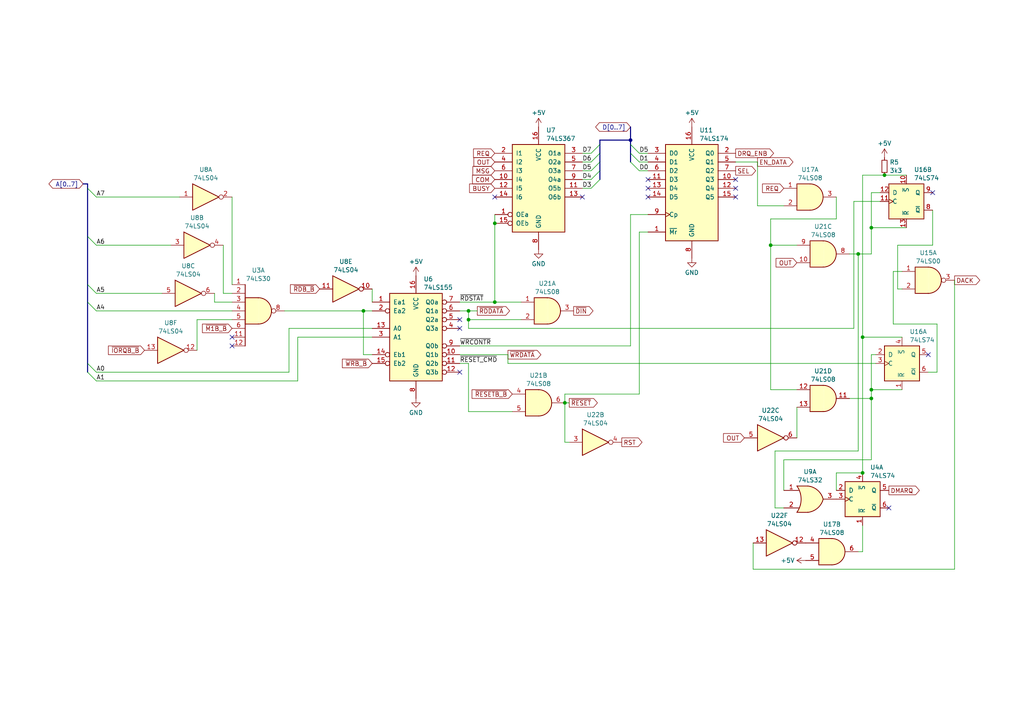
<source format=kicad_sch>
(kicad_sch (version 20230121) (generator eeschema)
  (paper "A4")
  (title_block (title "Iskra Delta Partner SASI Adapter 046 700 134") (date "2023-08-23") (rev "1") (company "Jernej Jakob <jernej.jakob@gmail.com>") (comment 1 "reverse engineered by hand"))
  (lib_symbols
    (symbol "74xx:74LS00" (pin_names (offset 1.016))
      (property "Reference" "U" (at 0 1.27 0))
      (property "Value" "74LS00" (at 0 -1.27 0))
      (symbol "74LS00_1_1"
        (arc (start 0 -3.81) (mid 3.7934 0) (end 0 3.81) (stroke (width 0.254)) (fill (type background)))
        (polyline (pts (xy 0 3.81) (xy -3.81 3.81) (xy -3.81 -3.81) (xy 0 -3.81)) (stroke (width 0.254)) (fill (type background)))
        (pin input line (at -7.62 2.54 0) (length 3.81) (name "~") (number "1"))
        (pin input line (at -7.62 -2.54 0) (length 3.81) (name "~") (number "2"))
        (pin output inverted (at 7.62 0 180) (length 3.81) (name "~") (number "3"))
      )
      (symbol "74LS00_1_2"
        (arc (start -3.81 -3.81) (mid -2.589 0) (end -3.81 3.81) (stroke (width 0.254)))
        (arc (start -0.6096 -3.81) (mid 2.1842 -2.5851) (end 3.81 0) (stroke (width 0.254)) (fill (type background)))
        (polyline (pts (xy -3.81 -3.81) (xy -0.635 -3.81)) (stroke (width 0.254)) (fill (type background)))
        (polyline (pts (xy -3.81 3.81) (xy -0.635 3.81)) (stroke (width 0.254)) (fill (type background)))
        (polyline (pts (xy -0.635 3.81) (xy -3.81 3.81) (xy -3.81 3.81) (xy -3.556 3.4036) (xy -3.0226 2.2606) (xy -2.6924 1.0414) (xy -2.6162 -0.254) (xy -2.7686 -1.4986) (xy -3.175 -2.7178) (xy -3.81 -3.81) (xy -3.81 -3.81) (xy -0.635 -3.81)) (stroke (width -25.4)) (fill (type background)))
        (arc (start 3.81 0) (mid 2.1915 2.5936) (end -0.6096 3.81) (stroke (width 0.254)) (fill (type background)))
        (pin input inverted (at -7.62 2.54 0) (length 4.318) (name "~") (number "1"))
        (pin input inverted (at -7.62 -2.54 0) (length 4.318) (name "~") (number "2"))
        (pin output line (at 7.62 0 180) (length 3.81) (name "~") (number "3"))
      )
      (symbol "74LS00_2_1"
        (arc (start 0 -3.81) (mid 3.7934 0) (end 0 3.81) (stroke (width 0.254)) (fill (type background)))
        (polyline (pts (xy 0 3.81) (xy -3.81 3.81) (xy -3.81 -3.81) (xy 0 -3.81)) (stroke (width 0.254)) (fill (type background)))
        (pin input line (at -7.62 2.54 0) (length 3.81) (name "~") (number "4"))
        (pin input line (at -7.62 -2.54 0) (length 3.81) (name "~") (number "5"))
        (pin output inverted (at 7.62 0 180) (length 3.81) (name "~") (number "6"))
      )
      (symbol "74LS00_2_2"
        (arc (start -3.81 -3.81) (mid -2.589 0) (end -3.81 3.81) (stroke (width 0.254)))
        (arc (start -0.6096 -3.81) (mid 2.1842 -2.5851) (end 3.81 0) (stroke (width 0.254)) (fill (type background)))
        (polyline (pts (xy -3.81 -3.81) (xy -0.635 -3.81)) (stroke (width 0.254)) (fill (type background)))
        (polyline (pts (xy -3.81 3.81) (xy -0.635 3.81)) (stroke (width 0.254)) (fill (type background)))
        (polyline (pts (xy -0.635 3.81) (xy -3.81 3.81) (xy -3.81 3.81) (xy -3.556 3.4036) (xy -3.0226 2.2606) (xy -2.6924 1.0414) (xy -2.6162 -0.254) (xy -2.7686 -1.4986) (xy -3.175 -2.7178) (xy -3.81 -3.81) (xy -3.81 -3.81) (xy -0.635 -3.81)) (stroke (width -25.4)) (fill (type background)))
        (arc (start 3.81 0) (mid 2.1915 2.5936) (end -0.6096 3.81) (stroke (width 0.254)) (fill (type background)))
        (pin input inverted (at -7.62 2.54 0) (length 4.318) (name "~") (number "4"))
        (pin input inverted (at -7.62 -2.54 0) (length 4.318) (name "~") (number "5"))
        (pin output line (at 7.62 0 180) (length 3.81) (name "~") (number "6"))
      )
      (symbol "74LS00_3_1"
        (arc (start 0 -3.81) (mid 3.7934 0) (end 0 3.81) (stroke (width 0.254)) (fill (type background)))
        (polyline (pts (xy 0 3.81) (xy -3.81 3.81) (xy -3.81 -3.81) (xy 0 -3.81)) (stroke (width 0.254)) (fill (type background)))
        (pin input line (at -7.62 -2.54 0) (length 3.81) (name "~") (number "10"))
        (pin output inverted (at 7.62 0 180) (length 3.81) (name "~") (number "8"))
        (pin input line (at -7.62 2.54 0) (length 3.81) (name "~") (number "9"))
      )
      (symbol "74LS00_3_2"
        (arc (start -3.81 -3.81) (mid -2.589 0) (end -3.81 3.81) (stroke (width 0.254)))
        (arc (start -0.6096 -3.81) (mid 2.1842 -2.5851) (end 3.81 0) (stroke (width 0.254)) (fill (type background)))
        (polyline (pts (xy -3.81 -3.81) (xy -0.635 -3.81)) (stroke (width 0.254)) (fill (type background)))
        (polyline (pts (xy -3.81 3.81) (xy -0.635 3.81)) (stroke (width 0.254)) (fill (type background)))
        (polyline (pts (xy -0.635 3.81) (xy -3.81 3.81) (xy -3.81 3.81) (xy -3.556 3.4036) (xy -3.0226 2.2606) (xy -2.6924 1.0414) (xy -2.6162 -0.254) (xy -2.7686 -1.4986) (xy -3.175 -2.7178) (xy -3.81 -3.81) (xy -3.81 -3.81) (xy -0.635 -3.81)) (stroke (width -25.4)) (fill (type background)))
        (arc (start 3.81 0) (mid 2.1915 2.5936) (end -0.6096 3.81) (stroke (width 0.254)) (fill (type background)))
        (pin input inverted (at -7.62 -2.54 0) (length 4.318) (name "~") (number "10"))
        (pin output line (at 7.62 0 180) (length 3.81) (name "~") (number "8"))
        (pin input inverted (at -7.62 2.54 0) (length 4.318) (name "~") (number "9"))
      )
      (symbol "74LS00_4_1"
        (arc (start 0 -3.81) (mid 3.7934 0) (end 0 3.81) (stroke (width 0.254)) (fill (type background)))
        (polyline (pts (xy 0 3.81) (xy -3.81 3.81) (xy -3.81 -3.81) (xy 0 -3.81)) (stroke (width 0.254)) (fill (type background)))
        (pin output inverted (at 7.62 0 180) (length 3.81) (name "~") (number "11"))
        (pin input line (at -7.62 2.54 0) (length 3.81) (name "~") (number "12"))
        (pin input line (at -7.62 -2.54 0) (length 3.81) (name "~") (number "13"))
      )
      (symbol "74LS00_4_2"
        (arc (start -3.81 -3.81) (mid -2.589 0) (end -3.81 3.81) (stroke (width 0.254)))
        (arc (start -0.6096 -3.81) (mid 2.1842 -2.5851) (end 3.81 0) (stroke (width 0.254)) (fill (type background)))
        (polyline (pts (xy -3.81 -3.81) (xy -0.635 -3.81)) (stroke (width 0.254)) (fill (type background)))
        (polyline (pts (xy -3.81 3.81) (xy -0.635 3.81)) (stroke (width 0.254)) (fill (type background)))
        (polyline (pts (xy -0.635 3.81) (xy -3.81 3.81) (xy -3.81 3.81) (xy -3.556 3.4036) (xy -3.0226 2.2606) (xy -2.6924 1.0414) (xy -2.6162 -0.254) (xy -2.7686 -1.4986) (xy -3.175 -2.7178) (xy -3.81 -3.81) (xy -3.81 -3.81) (xy -0.635 -3.81)) (stroke (width -25.4)) (fill (type background)))
        (arc (start 3.81 0) (mid 2.1915 2.5936) (end -0.6096 3.81) (stroke (width 0.254)) (fill (type background)))
        (pin output line (at 7.62 0 180) (length 3.81) (name "~") (number "11"))
        (pin input inverted (at -7.62 2.54 0) (length 4.318) (name "~") (number "12"))
        (pin input inverted (at -7.62 -2.54 0) (length 4.318) (name "~") (number "13"))
      )
      (symbol "74LS00_5_0"
        (pin power_in line (at 0 12.7 270) (length 5.08) (name "VCC") (number "14"))
        (pin power_in line (at 0 -12.7 90) (length 5.08) (name "GND") (number "7"))
      )
      (symbol "74LS00_5_1"
        (rectangle (start -5.08 7.62) (end 5.08 -7.62) (stroke (width 0.254)) (fill (type background)))
      )
    )
    (symbol "74xx:74LS04"
      (property "Reference" "U" (at 0 1.27 0))
      (property "Value" "74LS04" (at 0 -1.27 0))
      (symbol "74LS04_1_0"
        (polyline (pts (xy -3.81 3.81) (xy -3.81 -3.81) (xy 3.81 0) (xy -3.81 3.81)) (stroke (width 0.254)) (fill (type background)))
        (pin input line (at -7.62 0 0) (length 3.81) (name "~") (number "1"))
        (pin output inverted (at 7.62 0 180) (length 3.81) (name "~") (number "2"))
      )
      (symbol "74LS04_2_0"
        (polyline (pts (xy -3.81 3.81) (xy -3.81 -3.81) (xy 3.81 0) (xy -3.81 3.81)) (stroke (width 0.254)) (fill (type background)))
        (pin input line (at -7.62 0 0) (length 3.81) (name "~") (number "3"))
        (pin output inverted (at 7.62 0 180) (length 3.81) (name "~") (number "4"))
      )
      (symbol "74LS04_3_0"
        (polyline (pts (xy -3.81 3.81) (xy -3.81 -3.81) (xy 3.81 0) (xy -3.81 3.81)) (stroke (width 0.254)) (fill (type background)))
        (pin input line (at -7.62 0 0) (length 3.81) (name "~") (number "5"))
        (pin output inverted (at 7.62 0 180) (length 3.81) (name "~") (number "6"))
      )
      (symbol "74LS04_4_0"
        (polyline (pts (xy -3.81 3.81) (xy -3.81 -3.81) (xy 3.81 0) (xy -3.81 3.81)) (stroke (width 0.254)) (fill (type background)))
        (pin output inverted (at 7.62 0 180) (length 3.81) (name "~") (number "8"))
        (pin input line (at -7.62 0 0) (length 3.81) (name "~") (number "9"))
      )
      (symbol "74LS04_5_0"
        (polyline (pts (xy -3.81 3.81) (xy -3.81 -3.81) (xy 3.81 0) (xy -3.81 3.81)) (stroke (width 0.254)) (fill (type background)))
        (pin output inverted (at 7.62 0 180) (length 3.81) (name "~") (number "10"))
        (pin input line (at -7.62 0 0) (length 3.81) (name "~") (number "11"))
      )
      (symbol "74LS04_6_0"
        (polyline (pts (xy -3.81 3.81) (xy -3.81 -3.81) (xy 3.81 0) (xy -3.81 3.81)) (stroke (width 0.254)) (fill (type background)))
        (pin output inverted (at 7.62 0 180) (length 3.81) (name "~") (number "12"))
        (pin input line (at -7.62 0 0) (length 3.81) (name "~") (number "13"))
      )
      (symbol "74LS04_7_0"
        (pin power_in line (at 0 12.7 270) (length 5.08) (name "VCC") (number "14"))
        (pin power_in line (at 0 -12.7 90) (length 5.08) (name "GND") (number "7"))
      )
      (symbol "74LS04_7_1"
        (rectangle (start -5.08 7.62) (end 5.08 -7.62) (stroke (width 0.254)) (fill (type background)))
      )
    )
    (symbol "74xx:74LS08" (pin_names (offset 1.016))
      (property "Reference" "U" (at 0 1.27 0))
      (property "Value" "74LS08" (at 0 -1.27 0))
      (symbol "74LS08_1_1"
        (arc (start 0 -3.81) (mid 3.7934 0) (end 0 3.81) (stroke (width 0.254)) (fill (type background)))
        (polyline (pts (xy 0 3.81) (xy -3.81 3.81) (xy -3.81 -3.81) (xy 0 -3.81)) (stroke (width 0.254)) (fill (type background)))
        (pin input line (at -7.62 2.54 0) (length 3.81) (name "~") (number "1"))
        (pin input line (at -7.62 -2.54 0) (length 3.81) (name "~") (number "2"))
        (pin output line (at 7.62 0 180) (length 3.81) (name "~") (number "3"))
      )
      (symbol "74LS08_1_2"
        (arc (start -3.81 -3.81) (mid -2.589 0) (end -3.81 3.81) (stroke (width 0.254)))
        (arc (start -0.6096 -3.81) (mid 2.1842 -2.5851) (end 3.81 0) (stroke (width 0.254)) (fill (type background)))
        (polyline (pts (xy -3.81 -3.81) (xy -0.635 -3.81)) (stroke (width 0.254)) (fill (type background)))
        (polyline (pts (xy -3.81 3.81) (xy -0.635 3.81)) (stroke (width 0.254)) (fill (type background)))
        (polyline (pts (xy -0.635 3.81) (xy -3.81 3.81) (xy -3.81 3.81) (xy -3.556 3.4036) (xy -3.0226 2.2606) (xy -2.6924 1.0414) (xy -2.6162 -0.254) (xy -2.7686 -1.4986) (xy -3.175 -2.7178) (xy -3.81 -3.81) (xy -3.81 -3.81) (xy -0.635 -3.81)) (stroke (width -25.4)) (fill (type background)))
        (arc (start 3.81 0) (mid 2.1915 2.5936) (end -0.6096 3.81) (stroke (width 0.254)) (fill (type background)))
        (pin input inverted (at -7.62 2.54 0) (length 4.318) (name "~") (number "1"))
        (pin input inverted (at -7.62 -2.54 0) (length 4.318) (name "~") (number "2"))
        (pin output inverted (at 7.62 0 180) (length 3.81) (name "~") (number "3"))
      )
      (symbol "74LS08_2_1"
        (arc (start 0 -3.81) (mid 3.7934 0) (end 0 3.81) (stroke (width 0.254)) (fill (type background)))
        (polyline (pts (xy 0 3.81) (xy -3.81 3.81) (xy -3.81 -3.81) (xy 0 -3.81)) (stroke (width 0.254)) (fill (type background)))
        (pin input line (at -7.62 2.54 0) (length 3.81) (name "~") (number "4"))
        (pin input line (at -7.62 -2.54 0) (length 3.81) (name "~") (number "5"))
        (pin output line (at 7.62 0 180) (length 3.81) (name "~") (number "6"))
      )
      (symbol "74LS08_2_2"
        (arc (start -3.81 -3.81) (mid -2.589 0) (end -3.81 3.81) (stroke (width 0.254)))
        (arc (start -0.6096 -3.81) (mid 2.1842 -2.5851) (end 3.81 0) (stroke (width 0.254)) (fill (type background)))
        (polyline (pts (xy -3.81 -3.81) (xy -0.635 -3.81)) (stroke (width 0.254)) (fill (type background)))
        (polyline (pts (xy -3.81 3.81) (xy -0.635 3.81)) (stroke (width 0.254)) (fill (type background)))
        (polyline (pts (xy -0.635 3.81) (xy -3.81 3.81) (xy -3.81 3.81) (xy -3.556 3.4036) (xy -3.0226 2.2606) (xy -2.6924 1.0414) (xy -2.6162 -0.254) (xy -2.7686 -1.4986) (xy -3.175 -2.7178) (xy -3.81 -3.81) (xy -3.81 -3.81) (xy -0.635 -3.81)) (stroke (width -25.4)) (fill (type background)))
        (arc (start 3.81 0) (mid 2.1915 2.5936) (end -0.6096 3.81) (stroke (width 0.254)) (fill (type background)))
        (pin input inverted (at -7.62 2.54 0) (length 4.318) (name "~") (number "4"))
        (pin input inverted (at -7.62 -2.54 0) (length 4.318) (name "~") (number "5"))
        (pin output inverted (at 7.62 0 180) (length 3.81) (name "~") (number "6"))
      )
      (symbol "74LS08_3_1"
        (arc (start 0 -3.81) (mid 3.7934 0) (end 0 3.81) (stroke (width 0.254)) (fill (type background)))
        (polyline (pts (xy 0 3.81) (xy -3.81 3.81) (xy -3.81 -3.81) (xy 0 -3.81)) (stroke (width 0.254)) (fill (type background)))
        (pin input line (at -7.62 -2.54 0) (length 3.81) (name "~") (number "10"))
        (pin output line (at 7.62 0 180) (length 3.81) (name "~") (number "8"))
        (pin input line (at -7.62 2.54 0) (length 3.81) (name "~") (number "9"))
      )
      (symbol "74LS08_3_2"
        (arc (start -3.81 -3.81) (mid -2.589 0) (end -3.81 3.81) (stroke (width 0.254)))
        (arc (start -0.6096 -3.81) (mid 2.1842 -2.5851) (end 3.81 0) (stroke (width 0.254)) (fill (type background)))
        (polyline (pts (xy -3.81 -3.81) (xy -0.635 -3.81)) (stroke (width 0.254)) (fill (type background)))
        (polyline (pts (xy -3.81 3.81) (xy -0.635 3.81)) (stroke (width 0.254)) (fill (type background)))
        (polyline (pts (xy -0.635 3.81) (xy -3.81 3.81) (xy -3.81 3.81) (xy -3.556 3.4036) (xy -3.0226 2.2606) (xy -2.6924 1.0414) (xy -2.6162 -0.254) (xy -2.7686 -1.4986) (xy -3.175 -2.7178) (xy -3.81 -3.81) (xy -3.81 -3.81) (xy -0.635 -3.81)) (stroke (width -25.4)) (fill (type background)))
        (arc (start 3.81 0) (mid 2.1915 2.5936) (end -0.6096 3.81) (stroke (width 0.254)) (fill (type background)))
        (pin input inverted (at -7.62 -2.54 0) (length 4.318) (name "~") (number "10"))
        (pin output inverted (at 7.62 0 180) (length 3.81) (name "~") (number "8"))
        (pin input inverted (at -7.62 2.54 0) (length 4.318) (name "~") (number "9"))
      )
      (symbol "74LS08_4_1"
        (arc (start 0 -3.81) (mid 3.7934 0) (end 0 3.81) (stroke (width 0.254)) (fill (type background)))
        (polyline (pts (xy 0 3.81) (xy -3.81 3.81) (xy -3.81 -3.81) (xy 0 -3.81)) (stroke (width 0.254)) (fill (type background)))
        (pin output line (at 7.62 0 180) (length 3.81) (name "~") (number "11"))
        (pin input line (at -7.62 2.54 0) (length 3.81) (name "~") (number "12"))
        (pin input line (at -7.62 -2.54 0) (length 3.81) (name "~") (number "13"))
      )
      (symbol "74LS08_4_2"
        (arc (start -3.81 -3.81) (mid -2.589 0) (end -3.81 3.81) (stroke (width 0.254)))
        (arc (start -0.6096 -3.81) (mid 2.1842 -2.5851) (end 3.81 0) (stroke (width 0.254)) (fill (type background)))
        (polyline (pts (xy -3.81 -3.81) (xy -0.635 -3.81)) (stroke (width 0.254)) (fill (type background)))
        (polyline (pts (xy -3.81 3.81) (xy -0.635 3.81)) (stroke (width 0.254)) (fill (type background)))
        (polyline (pts (xy -0.635 3.81) (xy -3.81 3.81) (xy -3.81 3.81) (xy -3.556 3.4036) (xy -3.0226 2.2606) (xy -2.6924 1.0414) (xy -2.6162 -0.254) (xy -2.7686 -1.4986) (xy -3.175 -2.7178) (xy -3.81 -3.81) (xy -3.81 -3.81) (xy -0.635 -3.81)) (stroke (width -25.4)) (fill (type background)))
        (arc (start 3.81 0) (mid 2.1915 2.5936) (end -0.6096 3.81) (stroke (width 0.254)) (fill (type background)))
        (pin output inverted (at 7.62 0 180) (length 3.81) (name "~") (number "11"))
        (pin input inverted (at -7.62 2.54 0) (length 4.318) (name "~") (number "12"))
        (pin input inverted (at -7.62 -2.54 0) (length 4.318) (name "~") (number "13"))
      )
      (symbol "74LS08_5_0"
        (pin power_in line (at 0 12.7 270) (length 5.08) (name "VCC") (number "14"))
        (pin power_in line (at 0 -12.7 90) (length 5.08) (name "GND") (number "7"))
      )
      (symbol "74LS08_5_1"
        (rectangle (start -5.08 7.62) (end 5.08 -7.62) (stroke (width 0.254)) (fill (type background)))
      )
    )
    (symbol "74xx:74LS155" (pin_names (offset 1.016))
      (property "Reference" "U" (at -7.62 13.97 0))
      (property "Value" "74LS155" (at -7.62 -13.97 0))
      (symbol "74LS155_1_0"
        (pin input line (at -12.7 10.16 0) (length 5.08) (name "Ea1") (number "1"))
        (pin output inverted (at 12.7 -5.08 180) (length 5.08) (name "Q1b") (number "10"))
        (pin output inverted (at 12.7 -7.62 180) (length 5.08) (name "Q2b") (number "11"))
        (pin output inverted (at 12.7 -10.16 180) (length 5.08) (name "Q3b") (number "12"))
        (pin input line (at -12.7 2.54 0) (length 5.08) (name "A0") (number "13"))
        (pin input inverted (at -12.7 -5.08 0) (length 5.08) (name "Eb1") (number "14"))
        (pin input inverted (at -12.7 -7.62 0) (length 5.08) (name "Eb2") (number "15"))
        (pin power_in line (at 0 17.78 270) (length 5.08) (name "VCC") (number "16"))
        (pin input inverted (at -12.7 7.62 0) (length 5.08) (name "Ea2") (number "2"))
        (pin input line (at -12.7 0 0) (length 5.08) (name "A1") (number "3"))
        (pin output inverted (at 12.7 2.54 180) (length 5.08) (name "Q3a") (number "4"))
        (pin output inverted (at 12.7 5.08 180) (length 5.08) (name "Q2a") (number "5"))
        (pin output inverted (at 12.7 7.62 180) (length 5.08) (name "Q1a") (number "6"))
        (pin output inverted (at 12.7 10.16 180) (length 5.08) (name "Q0a") (number "7"))
        (pin power_in line (at 0 -17.78 90) (length 5.08) (name "GND") (number "8"))
        (pin output inverted (at 12.7 -2.54 180) (length 5.08) (name "Q0b") (number "9"))
      )
      (symbol "74LS155_1_1"
        (rectangle (start -7.62 12.7) (end 7.62 -12.7) (stroke (width 0.254)) (fill (type background)))
      )
    )
    (symbol "74xx:74LS174" (pin_names (offset 1.016))
      (property "Reference" "U" (at -7.62 13.97 0))
      (property "Value" "74LS174" (at -7.62 -16.51 0))
      (symbol "74LS174_1_0"
        (pin input line (at -12.7 -12.7 0) (length 5.08) (name "~{Mr}") (number "1"))
        (pin output line (at 12.7 2.54 180) (length 5.08) (name "Q3") (number "10"))
        (pin input line (at -12.7 2.54 0) (length 5.08) (name "D3") (number "11"))
        (pin output line (at 12.7 0 180) (length 5.08) (name "Q4") (number "12"))
        (pin input line (at -12.7 0 0) (length 5.08) (name "D4") (number "13"))
        (pin input line (at -12.7 -2.54 0) (length 5.08) (name "D5") (number "14"))
        (pin output line (at 12.7 -2.54 180) (length 5.08) (name "Q5") (number "15"))
        (pin power_in line (at 0 17.78 270) (length 5.08) (name "VCC") (number "16"))
        (pin output line (at 12.7 10.16 180) (length 5.08) (name "Q0") (number "2"))
        (pin input line (at -12.7 10.16 0) (length 5.08) (name "D0") (number "3"))
        (pin input line (at -12.7 7.62 0) (length 5.08) (name "D1") (number "4"))
        (pin output line (at 12.7 7.62 180) (length 5.08) (name "Q1") (number "5"))
        (pin input line (at -12.7 5.08 0) (length 5.08) (name "D2") (number "6"))
        (pin output line (at 12.7 5.08 180) (length 5.08) (name "Q2") (number "7"))
        (pin power_in line (at 0 -20.32 90) (length 5.08) (name "GND") (number "8"))
        (pin input clock (at -12.7 -7.62 0) (length 5.08) (name "Cp") (number "9"))
      )
      (symbol "74LS174_1_1"
        (rectangle (start -7.62 12.7) (end 7.62 -15.24) (stroke (width 0.254)) (fill (type background)))
      )
    )
    (symbol "74xx:74LS30" (pin_names (offset 1.016))
      (property "Reference" "U" (at 0 1.27 0))
      (property "Value" "74LS30" (at 0 -1.27 0))
      (symbol "74LS30_1_1"
        (arc (start 0 -3.81) (mid 3.7934 0) (end 0 3.81) (stroke (width 0.254)) (fill (type background)))
        (polyline (pts (xy -3.81 7.62) (xy -3.81 -10.16)) (stroke (width 0.254)))
        (polyline (pts (xy 0 3.81) (xy -3.81 3.81) (xy -3.81 -3.81) (xy 0 -3.81)) (stroke (width 0.254)) (fill (type background)))
        (pin input line (at -7.62 7.62 0) (length 3.81) (name "~") (number "1"))
        (pin input line (at -7.62 -7.62 0) (length 3.81) (name "~") (number "11"))
        (pin input line (at -7.62 -10.16 0) (length 3.81) (name "~") (number "12"))
        (pin input line (at -7.62 5.08 0) (length 3.81) (name "~") (number "2"))
        (pin input line (at -7.62 2.54 0) (length 3.81) (name "~") (number "3"))
        (pin input line (at -7.62 0 0) (length 3.81) (name "~") (number "4"))
        (pin input line (at -7.62 -2.54 0) (length 3.81) (name "~") (number "5"))
        (pin input line (at -7.62 -5.08 0) (length 3.81) (name "~") (number "6"))
        (pin output inverted (at 7.62 0 180) (length 3.81) (name "~") (number "8"))
      )
      (symbol "74LS30_1_2"
        (arc (start -3.81 -3.81) (mid -2.589 0) (end -3.81 3.81) (stroke (width 0.254)))
        (arc (start -0.6096 -3.81) (mid 2.1842 -2.5851) (end 3.81 0) (stroke (width 0.254)) (fill (type background)))
        (polyline (pts (xy -3.81 -3.81) (xy -3.81 -10.16)) (stroke (width 0.254)))
        (polyline (pts (xy -3.81 -3.81) (xy -0.635 -3.81)) (stroke (width 0.254)) (fill (type background)))
        (polyline (pts (xy -3.81 3.81) (xy -0.635 3.81)) (stroke (width 0.254)) (fill (type background)))
        (polyline (pts (xy -3.81 7.62) (xy -3.81 3.81)) (stroke (width 0.254)))
        (polyline (pts (xy -0.635 3.81) (xy -3.81 3.81) (xy -3.81 3.81) (xy -3.556 3.4036) (xy -3.0226 2.2606) (xy -2.6924 1.0414) (xy -2.6162 -0.254) (xy -2.7686 -1.4986) (xy -3.175 -2.7178) (xy -3.81 -3.81) (xy -3.81 -3.81) (xy -0.635 -3.81)) (stroke (width -25.4)) (fill (type background)))
        (arc (start 3.81 0) (mid 2.1915 2.5936) (end -0.6096 3.81) (stroke (width 0.254)) (fill (type background)))
        (pin input inverted (at -7.62 7.62 0) (length 3.81) (name "~") (number "1"))
        (pin input inverted (at -7.62 -7.62 0) (length 3.81) (name "~") (number "11"))
        (pin input inverted (at -7.62 -10.16 0) (length 3.81) (name "~") (number "12"))
        (pin input inverted (at -7.62 5.08 0) (length 3.81) (name "~") (number "2"))
        (pin input inverted (at -7.62 2.54 0) (length 4.5466) (name "~") (number "3"))
        (pin input inverted (at -7.62 0 0) (length 5.08) (name "~") (number "4"))
        (pin input inverted (at -7.62 -2.54 0) (length 4.5466) (name "~") (number "5"))
        (pin input inverted (at -7.62 -5.08 0) (length 3.81) (name "~") (number "6"))
        (pin output line (at 7.62 0 180) (length 3.81) (name "~") (number "8"))
      )
      (symbol "74LS30_2_0"
        (pin power_in line (at 0 12.7 270) (length 5.08) (name "VCC") (number "14"))
        (pin power_in line (at 0 -12.7 90) (length 5.08) (name "GND") (number "7"))
      )
      (symbol "74LS30_2_1"
        (rectangle (start -5.08 7.62) (end 5.08 -7.62) (stroke (width 0.254)) (fill (type background)))
      )
    )
    (symbol "74xx:74LS32" (pin_names (offset 1.016))
      (property "Reference" "U" (at 0 1.27 0))
      (property "Value" "74LS32" (at 0 -1.27 0))
      (symbol "74LS32_1_1"
        (arc (start -3.81 -3.81) (mid -2.589 0) (end -3.81 3.81) (stroke (width 0.254)))
        (arc (start -0.6096 -3.81) (mid 2.1842 -2.5851) (end 3.81 0) (stroke (width 0.254)) (fill (type background)))
        (polyline (pts (xy -3.81 -3.81) (xy -0.635 -3.81)) (stroke (width 0.254)) (fill (type background)))
        (polyline (pts (xy -3.81 3.81) (xy -0.635 3.81)) (stroke (width 0.254)) (fill (type background)))
        (polyline (pts (xy -0.635 3.81) (xy -3.81 3.81) (xy -3.81 3.81) (xy -3.556 3.4036) (xy -3.0226 2.2606) (xy -2.6924 1.0414) (xy -2.6162 -0.254) (xy -2.7686 -1.4986) (xy -3.175 -2.7178) (xy -3.81 -3.81) (xy -3.81 -3.81) (xy -0.635 -3.81)) (stroke (width -25.4)) (fill (type background)))
        (arc (start 3.81 0) (mid 2.1915 2.5936) (end -0.6096 3.81) (stroke (width 0.254)) (fill (type background)))
        (pin input line (at -7.62 2.54 0) (length 4.318) (name "~") (number "1"))
        (pin input line (at -7.62 -2.54 0) (length 4.318) (name "~") (number "2"))
        (pin output line (at 7.62 0 180) (length 3.81) (name "~") (number "3"))
      )
      (symbol "74LS32_1_2"
        (arc (start 0 -3.81) (mid 3.7934 0) (end 0 3.81) (stroke (width 0.254)) (fill (type background)))
        (polyline (pts (xy 0 3.81) (xy -3.81 3.81) (xy -3.81 -3.81) (xy 0 -3.81)) (stroke (width 0.254)) (fill (type background)))
        (pin input inverted (at -7.62 2.54 0) (length 3.81) (name "~") (number "1"))
        (pin input inverted (at -7.62 -2.54 0) (length 3.81) (name "~") (number "2"))
        (pin output inverted (at 7.62 0 180) (length 3.81) (name "~") (number "3"))
      )
      (symbol "74LS32_2_1"
        (arc (start -3.81 -3.81) (mid -2.589 0) (end -3.81 3.81) (stroke (width 0.254)))
        (arc (start -0.6096 -3.81) (mid 2.1842 -2.5851) (end 3.81 0) (stroke (width 0.254)) (fill (type background)))
        (polyline (pts (xy -3.81 -3.81) (xy -0.635 -3.81)) (stroke (width 0.254)) (fill (type background)))
        (polyline (pts (xy -3.81 3.81) (xy -0.635 3.81)) (stroke (width 0.254)) (fill (type background)))
        (polyline (pts (xy -0.635 3.81) (xy -3.81 3.81) (xy -3.81 3.81) (xy -3.556 3.4036) (xy -3.0226 2.2606) (xy -2.6924 1.0414) (xy -2.6162 -0.254) (xy -2.7686 -1.4986) (xy -3.175 -2.7178) (xy -3.81 -3.81) (xy -3.81 -3.81) (xy -0.635 -3.81)) (stroke (width -25.4)) (fill (type background)))
        (arc (start 3.81 0) (mid 2.1915 2.5936) (end -0.6096 3.81) (stroke (width 0.254)) (fill (type background)))
        (pin input line (at -7.62 2.54 0) (length 4.318) (name "~") (number "4"))
        (pin input line (at -7.62 -2.54 0) (length 4.318) (name "~") (number "5"))
        (pin output line (at 7.62 0 180) (length 3.81) (name "~") (number "6"))
      )
      (symbol "74LS32_2_2"
        (arc (start 0 -3.81) (mid 3.7934 0) (end 0 3.81) (stroke (width 0.254)) (fill (type background)))
        (polyline (pts (xy 0 3.81) (xy -3.81 3.81) (xy -3.81 -3.81) (xy 0 -3.81)) (stroke (width 0.254)) (fill (type background)))
        (pin input inverted (at -7.62 2.54 0) (length 3.81) (name "~") (number "4"))
        (pin input inverted (at -7.62 -2.54 0) (length 3.81) (name "~") (number "5"))
        (pin output inverted (at 7.62 0 180) (length 3.81) (name "~") (number "6"))
      )
      (symbol "74LS32_3_1"
        (arc (start -3.81 -3.81) (mid -2.589 0) (end -3.81 3.81) (stroke (width 0.254)))
        (arc (start -0.6096 -3.81) (mid 2.1842 -2.5851) (end 3.81 0) (stroke (width 0.254)) (fill (type background)))
        (polyline (pts (xy -3.81 -3.81) (xy -0.635 -3.81)) (stroke (width 0.254)) (fill (type background)))
        (polyline (pts (xy -3.81 3.81) (xy -0.635 3.81)) (stroke (width 0.254)) (fill (type background)))
        (polyline (pts (xy -0.635 3.81) (xy -3.81 3.81) (xy -3.81 3.81) (xy -3.556 3.4036) (xy -3.0226 2.2606) (xy -2.6924 1.0414) (xy -2.6162 -0.254) (xy -2.7686 -1.4986) (xy -3.175 -2.7178) (xy -3.81 -3.81) (xy -3.81 -3.81) (xy -0.635 -3.81)) (stroke (width -25.4)) (fill (type background)))
        (arc (start 3.81 0) (mid 2.1915 2.5936) (end -0.6096 3.81) (stroke (width 0.254)) (fill (type background)))
        (pin input line (at -7.62 -2.54 0) (length 4.318) (name "~") (number "10"))
        (pin output line (at 7.62 0 180) (length 3.81) (name "~") (number "8"))
        (pin input line (at -7.62 2.54 0) (length 4.318) (name "~") (number "9"))
      )
      (symbol "74LS32_3_2"
        (arc (start 0 -3.81) (mid 3.7934 0) (end 0 3.81) (stroke (width 0.254)) (fill (type background)))
        (polyline (pts (xy 0 3.81) (xy -3.81 3.81) (xy -3.81 -3.81) (xy 0 -3.81)) (stroke (width 0.254)) (fill (type background)))
        (pin input inverted (at -7.62 -2.54 0) (length 3.81) (name "~") (number "10"))
        (pin output inverted (at 7.62 0 180) (length 3.81) (name "~") (number "8"))
        (pin input inverted (at -7.62 2.54 0) (length 3.81) (name "~") (number "9"))
      )
      (symbol "74LS32_4_1"
        (arc (start -3.81 -3.81) (mid -2.589 0) (end -3.81 3.81) (stroke (width 0.254)))
        (arc (start -0.6096 -3.81) (mid 2.1842 -2.5851) (end 3.81 0) (stroke (width 0.254)) (fill (type background)))
        (polyline (pts (xy -3.81 -3.81) (xy -0.635 -3.81)) (stroke (width 0.254)) (fill (type background)))
        (polyline (pts (xy -3.81 3.81) (xy -0.635 3.81)) (stroke (width 0.254)) (fill (type background)))
        (polyline (pts (xy -0.635 3.81) (xy -3.81 3.81) (xy -3.81 3.81) (xy -3.556 3.4036) (xy -3.0226 2.2606) (xy -2.6924 1.0414) (xy -2.6162 -0.254) (xy -2.7686 -1.4986) (xy -3.175 -2.7178) (xy -3.81 -3.81) (xy -3.81 -3.81) (xy -0.635 -3.81)) (stroke (width -25.4)) (fill (type background)))
        (arc (start 3.81 0) (mid 2.1915 2.5936) (end -0.6096 3.81) (stroke (width 0.254)) (fill (type background)))
        (pin output line (at 7.62 0 180) (length 3.81) (name "~") (number "11"))
        (pin input line (at -7.62 2.54 0) (length 4.318) (name "~") (number "12"))
        (pin input line (at -7.62 -2.54 0) (length 4.318) (name "~") (number "13"))
      )
      (symbol "74LS32_4_2"
        (arc (start 0 -3.81) (mid 3.7934 0) (end 0 3.81) (stroke (width 0.254)) (fill (type background)))
        (polyline (pts (xy 0 3.81) (xy -3.81 3.81) (xy -3.81 -3.81) (xy 0 -3.81)) (stroke (width 0.254)) (fill (type background)))
        (pin output inverted (at 7.62 0 180) (length 3.81) (name "~") (number "11"))
        (pin input inverted (at -7.62 2.54 0) (length 3.81) (name "~") (number "12"))
        (pin input inverted (at -7.62 -2.54 0) (length 3.81) (name "~") (number "13"))
      )
      (symbol "74LS32_5_0"
        (pin power_in line (at 0 12.7 270) (length 5.08) (name "VCC") (number "14"))
        (pin power_in line (at 0 -12.7 90) (length 5.08) (name "GND") (number "7"))
      )
      (symbol "74LS32_5_1"
        (rectangle (start -5.08 7.62) (end 5.08 -7.62) (stroke (width 0.254)) (fill (type background)))
      )
    )
    (symbol "74xx:74LS367" (pin_names (offset 1.016))
      (property "Reference" "U" (at -7.62 13.97 0))
      (property "Value" "74LS367" (at -7.62 -13.97 0))
      (symbol "74LS367_1_0"
        (pin input inverted (at -12.7 -7.62 0) (length 5.08) (name "OEa") (number "1"))
        (pin input line (at -12.7 2.54 0) (length 5.08) (name "I4") (number "10"))
        (pin tri_state line (at 12.7 0 180) (length 5.08) (name "O5b") (number "11"))
        (pin input line (at -12.7 0 0) (length 5.08) (name "I5") (number "12"))
        (pin tri_state line (at 12.7 -2.54 180) (length 5.08) (name "O6b") (number "13"))
        (pin input line (at -12.7 -2.54 0) (length 5.08) (name "I6") (number "14"))
        (pin input inverted (at -12.7 -10.16 0) (length 5.08) (name "OEb") (number "15"))
        (pin power_in line (at 0 17.78 270) (length 5.08) (name "VCC") (number "16"))
        (pin input line (at -12.7 10.16 0) (length 5.08) (name "I1") (number "2"))
        (pin tri_state line (at 12.7 10.16 180) (length 5.08) (name "O1a") (number "3"))
        (pin input line (at -12.7 7.62 0) (length 5.08) (name "I2") (number "4"))
        (pin tri_state line (at 12.7 7.62 180) (length 5.08) (name "O2a") (number "5"))
        (pin input line (at -12.7 5.08 0) (length 5.08) (name "I3") (number "6"))
        (pin tri_state line (at 12.7 5.08 180) (length 5.08) (name "O3a") (number "7"))
        (pin power_in line (at 0 -17.78 90) (length 5.08) (name "GND") (number "8"))
        (pin tri_state line (at 12.7 2.54 180) (length 5.08) (name "O4a") (number "9"))
      )
      (symbol "74LS367_1_1"
        (rectangle (start -7.62 12.7) (end 7.62 -12.7) (stroke (width 0.254)) (fill (type background)))
      )
    )
    (symbol "74xx:74LS74" (pin_names (offset 1.016))
      (property "Reference" "U" (at -7.62 8.89 0))
      (property "Value" "74LS74" (at -7.62 -8.89 0))
      (symbol "74LS74_1_0"
        (pin input line (at 0 -7.62 90) (length 2.54) (name "~{R}") (number "1"))
        (pin input line (at -7.62 2.54 0) (length 2.54) (name "D") (number "2"))
        (pin input clock (at -7.62 0 0) (length 2.54) (name "C") (number "3"))
        (pin input line (at 0 7.62 270) (length 2.54) (name "~{S}") (number "4"))
        (pin output line (at 7.62 2.54 180) (length 2.54) (name "Q") (number "5"))
        (pin output line (at 7.62 -2.54 180) (length 2.54) (name "~{Q}") (number "6"))
      )
      (symbol "74LS74_1_1"
        (rectangle (start -5.08 5.08) (end 5.08 -5.08) (stroke (width 0.254)) (fill (type background)))
      )
      (symbol "74LS74_2_0"
        (pin input line (at 0 7.62 270) (length 2.54) (name "~{S}") (number "10"))
        (pin input clock (at -7.62 0 0) (length 2.54) (name "C") (number "11"))
        (pin input line (at -7.62 2.54 0) (length 2.54) (name "D") (number "12"))
        (pin input line (at 0 -7.62 90) (length 2.54) (name "~{R}") (number "13"))
        (pin output line (at 7.62 -2.54 180) (length 2.54) (name "~{Q}") (number "8"))
        (pin output line (at 7.62 2.54 180) (length 2.54) (name "Q") (number "9"))
      )
      (symbol "74LS74_2_1"
        (rectangle (start -5.08 5.08) (end 5.08 -5.08) (stroke (width 0.254)) (fill (type background)))
      )
      (symbol "74LS74_3_0"
        (pin power_in line (at 0 10.16 270) (length 2.54) (name "VCC") (number "14"))
        (pin power_in line (at 0 -10.16 90) (length 2.54) (name "GND") (number "7"))
      )
      (symbol "74LS74_3_1"
        (rectangle (start -5.08 7.62) (end 5.08 -7.62) (stroke (width 0.254)) (fill (type background)))
      )
    )
    (symbol "Device:R_Small" (pin_numbers hide) (pin_names (offset 0.254) hide)
      (property "Reference" "R" (at 0.762 0.508 0))
      (property "Value" "R_Small" (at 0.762 -1.016 0))
      (symbol "R_Small_0_1"
        (rectangle (start -0.762 1.778) (end 0.762 -1.778) (stroke (width 0.2032)))
      )
      (symbol "R_Small_1_1"
        (pin passive line (at 0 2.54 270) (length 0.762) (name "~") (number "1"))
        (pin passive line (at 0 -2.54 90) (length 0.762) (name "~") (number "2"))
      )
    )
    (symbol "power:+5V" (power) (pin_names (offset 0))
      (property "Value" "+5V" (at 0 3.556 0))
      (symbol "+5V_0_1"
        (polyline (pts (xy -0.762 1.27) (xy 0 2.54)))
        (polyline (pts (xy 0 0) (xy 0 2.54)))
        (polyline (pts (xy 0 2.54) (xy 0.762 1.27)))
      )
      (symbol "+5V_1_1"
        (pin power_in line (at 0 0 90) (length 0) hide (name "+5V") (number "1"))
      )
    )
    (symbol "power:GND" (power) (pin_names (offset 0))
      (property "Value" "GND" (at 0 -3.81 0))
      (symbol "GND_0_1"
        (polyline (pts (xy 0 0) (xy 0 -1.27) (xy 1.27 -1.27) (xy 0 -2.54) (xy -1.27 -1.27) (xy 0 -1.27)))
      )
      (symbol "GND_1_1"
        (pin power_in line (at 0 0 270) (length 0) hide (name "GND") (number "1"))
      )
    )
  )
  (junction (at 135.89 90.17))
  (junction (at 143.51 87.63))
  (junction (at 252.73 115.57))
  (junction (at 182.88 40.64))
  (junction (at 256.54 50.8))
  (junction (at 250.19 137.16))
  (junction (at 248.92 73.66))
  (junction (at 250.19 97.79))
  (junction (at 223.52 71.12))
  (junction (at 105.41 90.17))
  (junction (at 163.83 116.84))
  (junction (at 143.51 64.77))
  (junction (at 252.73 113.03))
  (junction (at 135.89 92.71))
  (junction (at 252.73 66.04))
  (no_connect (at 269.24 102.87))
  (no_connect (at 143.51 57.15))
  (no_connect (at 213.36 54.61))
  (no_connect (at 133.35 92.71))
  (no_connect (at 187.96 57.15))
  (no_connect (at 133.35 107.95))
  (no_connect (at 187.96 54.61))
  (no_connect (at 168.91 57.15))
  (no_connect (at 187.96 52.07))
  (no_connect (at 133.35 95.25))
  (no_connect (at 257.81 147.32))
  (no_connect (at 67.31 100.33))
  (no_connect (at 67.31 97.79))
  (no_connect (at 270.51 55.88))
  (no_connect (at 213.36 52.07))
  (no_connect (at 213.36 57.15))
  (bus_entry (at 173.99 41.91) (size -2.54 2.54))
  (bus_entry (at 25.4 82.55) (size 2.54 2.54))
  (bus_entry (at 25.4 68.58) (size 2.54 2.54))
  (bus_entry (at 173.99 46.99) (size -2.54 2.54))
  (bus_entry (at 25.4 87.63) (size 2.54 2.54))
  (bus_entry (at 182.88 46.99) (size 2.54 2.54))
  (bus_entry (at 173.99 52.07) (size -2.54 2.54))
  (bus_entry (at 173.99 44.45) (size -2.54 2.54))
  (bus_entry (at 25.4 105.41) (size 2.54 2.54))
  (bus_entry (at 173.99 49.53) (size -2.54 2.54))
  (bus_entry (at 182.88 41.91) (size 2.54 2.54))
  (bus_entry (at 25.4 107.95) (size 2.54 2.54))
  (bus_entry (at 25.4 54.61) (size 2.54 2.54))
  (bus_entry (at 182.88 44.45) (size 2.54 2.54))
  (wire (pts (xy 247.65 95.25) (xy 247.65 58.42)))
  (wire (pts (xy 27.94 57.15) (xy 52.07 57.15)))
  (wire (pts (xy 242.57 142.24) (xy 242.57 137.16)))
  (wire (pts (xy 163.83 114.3) (xy 185.42 114.3)))
  (bus (pts (xy 182.88 36.83) (xy 182.88 40.64)))
  (wire (pts (xy 135.89 92.71) (xy 135.89 95.25)))
  (bus (pts (xy 173.99 49.53) (xy 173.99 46.99)))
  (wire (pts (xy 147.32 105.41) (xy 147.32 102.87)))
  (wire (pts (xy 62.23 87.63) (xy 67.31 87.63)))
  (wire (pts (xy 224.79 147.32) (xy 227.33 147.32)))
  (wire (pts (xy 218.44 165.1) (xy 218.44 157.48)))
  (bus (pts (xy 173.99 44.45) (xy 173.99 41.91)))
  (wire (pts (xy 223.52 63.5) (xy 223.52 71.12)))
  (wire (pts (xy 185.42 49.53) (xy 187.96 49.53)))
  (wire (pts (xy 261.62 97.79) (xy 250.19 97.79)))
  (wire (pts (xy 147.32 105.41) (xy 254 105.41)))
  (wire (pts (xy 261.62 83.82) (xy 260.35 83.82)))
  (wire (pts (xy 223.52 113.03) (xy 223.52 71.12)))
  (wire (pts (xy 246.38 115.57) (xy 252.73 115.57)))
  (wire (pts (xy 64.77 85.09) (xy 67.31 85.09)))
  (wire (pts (xy 182.88 100.33) (xy 182.88 62.23)))
  (wire (pts (xy 252.73 113.03) (xy 261.62 113.03)))
  (bus (pts (xy 182.88 44.45) (xy 182.88 46.99)))
  (wire (pts (xy 260.35 83.82) (xy 260.35 71.12)))
  (wire (pts (xy 276.86 165.1) (xy 218.44 165.1)))
  (wire (pts (xy 256.54 50.8) (xy 250.19 50.8)))
  (wire (pts (xy 250.19 160.02) (xy 250.19 152.4)))
  (wire (pts (xy 259.08 78.74) (xy 259.08 93.98)))
  (wire (pts (xy 223.52 71.12) (xy 231.14 71.12)))
  (wire (pts (xy 67.31 57.15) (xy 67.31 82.55)))
  (wire (pts (xy 105.41 90.17) (xy 107.95 90.17)))
  (wire (pts (xy 83.82 107.95) (xy 83.82 95.25)))
  (wire (pts (xy 133.35 105.41) (xy 135.89 105.41)))
  (wire (pts (xy 133.35 100.33) (xy 182.88 100.33)))
  (wire (pts (xy 163.83 116.84) (xy 163.83 114.3)))
  (wire (pts (xy 255.27 55.88) (xy 252.73 55.88)))
  (wire (pts (xy 133.35 90.17) (xy 135.89 90.17)))
  (wire (pts (xy 276.86 81.28) (xy 276.86 165.1)))
  (wire (pts (xy 256.54 50.8) (xy 262.89 50.8)))
  (wire (pts (xy 168.91 46.99) (xy 171.45 46.99)))
  (wire (pts (xy 248.92 73.66) (xy 248.92 130.81)))
  (bus (pts (xy 173.99 41.91) (xy 173.99 40.64)))
  (wire (pts (xy 165.1 116.84) (xy 163.83 116.84)))
  (wire (pts (xy 259.08 93.98) (xy 271.78 93.98)))
  (wire (pts (xy 227.33 133.35) (xy 227.33 142.24)))
  (wire (pts (xy 252.73 55.88) (xy 252.73 66.04)))
  (wire (pts (xy 168.91 49.53) (xy 171.45 49.53)))
  (wire (pts (xy 27.94 107.95) (xy 83.82 107.95)))
  (wire (pts (xy 86.36 97.79) (xy 107.95 97.79)))
  (wire (pts (xy 219.71 46.99) (xy 213.36 46.99)))
  (wire (pts (xy 135.89 90.17) (xy 138.43 90.17)))
  (wire (pts (xy 57.15 101.6) (xy 57.15 92.71)))
  (wire (pts (xy 82.55 90.17) (xy 105.41 90.17)))
  (wire (pts (xy 270.51 71.12) (xy 270.51 60.96)))
  (wire (pts (xy 185.42 114.3) (xy 185.42 67.31)))
  (wire (pts (xy 105.41 90.17) (xy 105.41 102.87)))
  (wire (pts (xy 135.89 95.25) (xy 247.65 95.25)))
  (wire (pts (xy 86.36 110.49) (xy 86.36 97.79)))
  (wire (pts (xy 185.42 67.31) (xy 187.96 67.31)))
  (wire (pts (xy 135.89 92.71) (xy 151.13 92.71)))
  (wire (pts (xy 271.78 93.98) (xy 271.78 107.95)))
  (wire (pts (xy 260.35 71.12) (xy 270.51 71.12)))
  (wire (pts (xy 250.19 50.8) (xy 250.19 97.79)))
  (wire (pts (xy 248.92 130.81) (xy 224.79 130.81)))
  (wire (pts (xy 231.14 113.03) (xy 223.52 113.03)))
  (wire (pts (xy 163.83 116.84) (xy 163.83 128.27)))
  (wire (pts (xy 246.38 73.66) (xy 248.92 73.66)))
  (bus (pts (xy 25.4 105.41) (xy 25.4 107.95)))
  (wire (pts (xy 27.94 71.12) (xy 49.53 71.12)))
  (bus (pts (xy 25.4 53.34) (xy 24.13 53.34)))
  (wire (pts (xy 219.71 59.69) (xy 227.33 59.69)))
  (bus (pts (xy 25.4 87.63) (xy 25.4 105.41)))
  (wire (pts (xy 135.89 105.41) (xy 135.89 119.38)))
  (wire (pts (xy 135.89 90.17) (xy 135.89 92.71)))
  (wire (pts (xy 27.94 90.17) (xy 67.31 90.17)))
  (wire (pts (xy 252.73 133.35) (xy 227.33 133.35)))
  (wire (pts (xy 252.73 115.57) (xy 252.73 133.35)))
  (bus (pts (xy 173.99 40.64) (xy 182.88 40.64)))
  (bus (pts (xy 25.4 87.63) (xy 25.4 82.55)))
  (wire (pts (xy 135.89 119.38) (xy 148.59 119.38)))
  (wire (pts (xy 261.62 78.74) (xy 259.08 78.74)))
  (wire (pts (xy 219.71 46.99) (xy 219.71 59.69)))
  (wire (pts (xy 143.51 64.77) (xy 143.51 87.63)))
  (wire (pts (xy 64.77 71.12) (xy 64.77 85.09)))
  (wire (pts (xy 107.95 83.82) (xy 107.95 87.63)))
  (wire (pts (xy 147.32 102.87) (xy 133.35 102.87)))
  (wire (pts (xy 185.42 46.99) (xy 187.96 46.99)))
  (wire (pts (xy 143.51 87.63) (xy 151.13 87.63)))
  (wire (pts (xy 163.83 128.27) (xy 165.1 128.27)))
  (wire (pts (xy 133.35 87.63) (xy 143.51 87.63)))
  (wire (pts (xy 242.57 57.15) (xy 242.57 63.5)))
  (bus (pts (xy 25.4 54.61) (xy 25.4 53.34)))
  (wire (pts (xy 252.73 73.66) (xy 252.73 66.04)))
  (wire (pts (xy 231.14 127) (xy 231.14 118.11)))
  (bus (pts (xy 25.4 82.55) (xy 25.4 68.58)))
  (wire (pts (xy 27.94 110.49) (xy 86.36 110.49)))
  (wire (pts (xy 247.65 58.42) (xy 255.27 58.42)))
  (wire (pts (xy 168.91 54.61) (xy 171.45 54.61)))
  (bus (pts (xy 173.99 46.99) (xy 173.99 44.45)))
  (wire (pts (xy 242.57 137.16) (xy 250.19 137.16)))
  (bus (pts (xy 182.88 40.64) (xy 182.88 41.91)))
  (bus (pts (xy 173.99 52.07) (xy 173.99 49.53)))
  (wire (pts (xy 57.15 92.71) (xy 67.31 92.71)))
  (wire (pts (xy 185.42 44.45) (xy 187.96 44.45)))
  (wire (pts (xy 248.92 160.02) (xy 250.19 160.02)))
  (bus (pts (xy 25.4 68.58) (xy 25.4 54.61)))
  (wire (pts (xy 83.82 95.25) (xy 107.95 95.25)))
  (wire (pts (xy 182.88 62.23) (xy 187.96 62.23)))
  (wire (pts (xy 271.78 107.95) (xy 269.24 107.95)))
  (wire (pts (xy 168.91 44.45) (xy 171.45 44.45)))
  (wire (pts (xy 242.57 63.5) (xy 223.52 63.5)))
  (wire (pts (xy 252.73 66.04) (xy 262.89 66.04)))
  (wire (pts (xy 105.41 102.87) (xy 107.95 102.87)))
  (bus (pts (xy 182.88 41.91) (xy 182.88 44.45)))
  (wire (pts (xy 248.92 73.66) (xy 252.73 73.66)))
  (wire (pts (xy 254 102.87) (xy 252.73 102.87)))
  (wire (pts (xy 168.91 52.07) (xy 171.45 52.07)))
  (wire (pts (xy 252.73 115.57) (xy 252.73 113.03)))
  (wire (pts (xy 224.79 130.81) (xy 224.79 147.32)))
  (wire (pts (xy 27.94 85.09) (xy 46.99 85.09)))
  (wire (pts (xy 62.23 85.09) (xy 62.23 87.63)))
  (wire (pts (xy 250.19 97.79) (xy 250.19 137.16)))
  (wire (pts (xy 252.73 102.87) (xy 252.73 113.03)))
  (wire (pts (xy 143.51 62.23) (xy 143.51 64.77)))
  (label "D0" (at 185.42 49.53 0))
  (label "D1" (at 185.42 46.99 0))
  (label "A5" (at 27.94 85.09 0))
  (label "A4" (at 27.94 90.17 0))
  (label "D3" (at 168.91 54.61 0))
  (label "D6" (at 168.91 46.99 0))
  (label "A1" (at 27.94 110.49 0))
  (label "A6" (at 27.94 71.12 0))
  (label "D4" (at 168.91 52.07 0))
  (label "~{RDSTAT}" (at 133.35 87.63 0))
  (label "D5" (at 185.42 44.45 0))
  (label "~{RESET_CMD}" (at 133.35 105.41 0))
  (label "A0" (at 27.94 107.95 0))
  (label "D7" (at 168.91 44.45 0))
  (label "D5" (at 168.91 49.53 0))
  (label "~{WRCONTR}" (at 133.35 100.33 0))
  (label "A7" (at 27.94 57.15 0))
  (global_label "SEL" (shape output) (at 213.36 49.53 0) (property "Intersheetrefs" "${INTERSHEET_REFS}" (effects hide)))
  (global_label "DMARQ" (shape output) (at 257.81 142.24 0) (property "Intersheetrefs" "${INTERSHEET_REFS}" (effects hide)))
  (global_label "OUT" (shape input) (at 231.14 76.2 180) (property "Intersheetrefs" "${INTERSHEET_REFS}" (effects hide)))
  (global_label "REQ" (shape input) (at 143.51 44.45 180) (property "Intersheetrefs" "${INTERSHEET_REFS}" (effects hide)))
  (global_label "REQ" (shape input) (at 227.33 54.61 180) (property "Intersheetrefs" "${INTERSHEET_REFS}" (effects hide)))
  (global_label "~{RESET}" (shape output) (at 165.1 116.84 0) (property "Intersheetrefs" "${INTERSHEET_REFS}" (effects hide)))
  (global_label "EN_DATA" (shape output) (at 219.71 46.99 0) (property "Intersheetrefs" "${INTERSHEET_REFS}" (effects hide)))
  (global_label "~{DIN}" (shape output) (at 166.37 90.17 0) (property "Intersheetrefs" "${INTERSHEET_REFS}" (effects hide)))
  (global_label "~{WRDATA}" (shape output) (at 147.32 102.87 0) (property "Intersheetrefs" "${INTERSHEET_REFS}" (effects hide)))
  (global_label "D[0..7]" (shape tri_state) (at 182.88 36.83 180) (property "Intersheetrefs" "${INTERSHEET_REFS}" (effects hide)))
  (global_label "~{M1B_B}" (shape input) (at 67.31 95.25 180) (property "Intersheetrefs" "${INTERSHEET_REFS}" (effects hide)))
  (global_label "COM" (shape input) (at 143.51 52.07 180) (property "Intersheetrefs" "${INTERSHEET_REFS}" (effects hide)))
  (global_label "OUT" (shape input) (at 143.51 46.99 180) (property "Intersheetrefs" "${INTERSHEET_REFS}" (effects hide)))
  (global_label "OUT" (shape input) (at 215.9 127 180) (property "Intersheetrefs" "${INTERSHEET_REFS}" (effects hide)))
  (global_label "~{WRB_B}" (shape input) (at 107.95 105.41 180) (property "Intersheetrefs" "${INTERSHEET_REFS}" (effects hide)))
  (global_label "DACK" (shape output) (at 276.86 81.28 0) (property "Intersheetrefs" "${INTERSHEET_REFS}" (effects hide)))
  (global_label "A[0..7]" (shape tri_state) (at 24.13 53.34 180) (property "Intersheetrefs" "${INTERSHEET_REFS}" (effects hide)))
  (global_label "~{RDDATA}" (shape output) (at 138.43 90.17 0) (property "Intersheetrefs" "${INTERSHEET_REFS}" (effects hide)))
  (global_label "BUSY" (shape input) (at 143.51 54.61 180) (property "Intersheetrefs" "${INTERSHEET_REFS}" (effects hide)))
  (global_label "~{RESETB_B}" (shape input) (at 148.59 114.3 180) (property "Intersheetrefs" "${INTERSHEET_REFS}" (effects hide)))
  (global_label "MSG" (shape input) (at 143.51 49.53 180) (property "Intersheetrefs" "${INTERSHEET_REFS}" (effects hide)))
  (global_label "~{RDB_B}" (shape input) (at 92.71 83.82 180) (property "Intersheetrefs" "${INTERSHEET_REFS}" (effects hide)))
  (global_label "~{IORQB_B}" (shape input) (at 41.91 101.6 180) (property "Intersheetrefs" "${INTERSHEET_REFS}" (effects hide)))
  (global_label "RST" (shape output) (at 180.34 128.27 0) (property "Intersheetrefs" "${INTERSHEET_REFS}" (effects hide)))
  (global_label "DRQ_ENB" (shape output) (at 213.36 44.45 0) (property "Intersheetrefs" "${INTERSHEET_REFS}" (effects hide)))
  (symbol (lib_id "74xx:74LS174") (at 200.66 54.61 0) (unit 1)
    (property "Reference" "U11" (at 202.8541 37.7657 0) (effects (justify left)))
    (property "Value" "74LS174" (at 202.8541 40.1899 0) (effects (justify left)))
    (property "Datasheet" "http://www.ti.com/lit/gpn/sn74LS174" (effects hide))
  )
  (symbol (lib_id "power:GND") (at 200.66 74.93 0) (unit 1)
    (property "Reference" "#PWR048" (effects hide))
    (property "Value" "GND" (at 200.66 79.0631 0))
  )
  (symbol (lib_id "74xx:74LS74") (at 261.62 105.41 0) (unit 1)
    (property "Reference" "U16" (at 263.8141 96.1857 0) (effects (justify left)))
    (property "Value" "74LS74" (at 263.8141 98.6099 0) (effects (justify left)))
    (property "Datasheet" "74xx/74hc_hct74.pdf" (effects hide))
  )
  (symbol (lib_id "74xx:74LS04") (at 226.06 157.48 0) (unit 6)
    (property "Reference" "U22" (at 226.06 149.5257 0))
    (property "Value" "74LS04" (at 226.06 151.9499 0))
    (property "Datasheet" "http://www.ti.com/lit/gpn/sn74LS04" (effects hide))
  )
  (symbol (lib_id "74xx:74LS04") (at 100.33 83.82 0) (unit 5)
    (property "Reference" "U8" (at 100.33 75.8657 0))
    (property "Value" "74LS04" (at 100.33 78.2899 0))
    (property "Datasheet" "http://www.ti.com/lit/gpn/sn74LS04" (effects hide))
  )
  (symbol (lib_id "Device:R_Small") (at 256.54 48.26 0) (unit 1)
    (property "Reference" "R5" (at 258.0386 47.0479 0) (effects (justify left)))
    (property "Value" "3k3" (at 258.0386 49.4721 0) (effects (justify left)))
  )
  (symbol (lib_id "74xx:74LS367") (at 156.21 54.61 0) (unit 1)
    (property "Reference" "U7" (at 158.4041 37.7657 0) (effects (justify left)))
    (property "Value" "74LS367" (at 158.4041 40.1899 0) (effects (justify left)))
    (property "Datasheet" "http://www.ti.com/lit/gpn/sn74LS367" (effects hide))
  )
  (symbol (lib_id "74xx:74LS30") (at 74.93 90.17 0) (unit 1)
    (property "Reference" "U3" (at 74.9217 78.4057 0))
    (property "Value" "74LS30" (at 74.9217 80.8299 0))
    (property "Datasheet" "http://www.ti.com/lit/gpn/sn74LS30" (effects hide))
  )
  (symbol (lib_id "power:+5V") (at 156.21 36.83 0) (unit 1)
    (property "Reference" "#PWR038" (effects hide))
    (property "Value" "+5V" (at 156.21 32.6969 0))
  )
  (symbol (lib_id "power:+5V") (at 256.54 45.72 0) (unit 1)
    (property "Reference" "#PWR051" (effects hide))
    (property "Value" "+5V" (at 256.54 41.5869 0))
  )
  (symbol (lib_id "74xx:74LS74") (at 262.89 58.42 0) (unit 2)
    (property "Reference" "U16" (at 265.0841 49.1957 0) (effects (justify left)))
    (property "Value" "74LS74" (at 265.0841 51.6199 0) (effects (justify left)))
    (property "Datasheet" "74xx/74hc_hct74.pdf" (effects hide))
  )
  (symbol (lib_id "74xx:74LS04") (at 49.53 101.6 0) (unit 6)
    (property "Reference" "U8" (at 49.53 93.6457 0))
    (property "Value" "74LS04" (at 49.53 96.0699 0))
    (property "Datasheet" "http://www.ti.com/lit/gpn/sn74LS04" (effects hide))
  )
  (symbol (lib_id "power:+5V") (at 233.68 162.56 90) (unit 1)
    (property "Reference" "#PWR056" (effects hide))
    (property "Value" "+5V" (at 230.5051 162.56 90) (effects (justify left)))
  )
  (symbol (lib_id "74xx:74LS08") (at 234.95 57.15 0) (unit 1)
    (property "Reference" "U17" (at 234.9417 49.1957 0))
    (property "Value" "74LS08" (at 234.9417 51.6199 0))
    (property "Datasheet" "http://www.ti.com/lit/gpn/sn74LS08" (effects hide))
  )
  (symbol (lib_id "74xx:74LS08") (at 238.76 73.66 0) (unit 3)
    (property "Reference" "U21" (at 238.7517 65.7057 0))
    (property "Value" "74LS08" (at 238.7517 68.1299 0))
    (property "Datasheet" "http://www.ti.com/lit/gpn/sn74LS08" (effects hide))
  )
  (symbol (lib_id "74xx:74LS08") (at 156.21 116.84 0) (unit 2)
    (property "Reference" "U21" (at 156.2017 108.8857 0))
    (property "Value" "74LS08" (at 156.2017 111.3099 0))
    (property "Datasheet" "http://www.ti.com/lit/gpn/sn74LS08" (effects hide))
  )
  (symbol (lib_id "74xx:74LS08") (at 158.75 90.17 0) (unit 1)
    (property "Reference" "U21" (at 158.7417 82.2157 0))
    (property "Value" "74LS08" (at 158.7417 84.6399 0))
    (property "Datasheet" "http://www.ti.com/lit/gpn/sn74LS08" (effects hide))
  )
  (symbol (lib_id "power:+5V") (at 120.65 80.01 0) (unit 1)
    (property "Reference" "#PWR039" (effects hide))
    (property "Value" "+5V" (at 120.65 75.8769 0))
  )
  (symbol (lib_id "power:+5V") (at 200.66 36.83 0) (unit 1)
    (property "Reference" "#PWR047" (effects hide))
    (property "Value" "+5V" (at 200.66 32.6969 0))
  )
  (symbol (lib_id "74xx:74LS00") (at 269.24 81.28 0) (unit 1)
    (property "Reference" "U15" (at 269.2317 73.3257 0))
    (property "Value" "74LS00" (at 269.2317 75.7499 0))
    (property "Datasheet" "http://www.ti.com/lit/gpn/sn74ls00" (effects hide))
  )
  (symbol (lib_id "74xx:74LS32") (at 234.95 144.78 0) (unit 1)
    (property "Reference" "U9" (at 234.95 136.8257 0))
    (property "Value" "74LS32" (at 234.95 139.2499 0))
    (property "Datasheet" "http://www.ti.com/lit/gpn/sn74LS32" (effects hide))
  )
  (symbol (lib_id "74xx:74LS04") (at 59.69 57.15 0) (unit 1)
    (property "Reference" "U8" (at 59.69 49.1957 0))
    (property "Value" "74LS04" (at 59.69 51.6199 0))
    (property "Datasheet" "http://www.ti.com/lit/gpn/sn74LS04" (effects hide))
  )
  (symbol (lib_id "74xx:74LS74") (at 250.19 144.78 0) (unit 1)
    (property "Reference" "U4" (at 252.3841 135.5557 0) (effects (justify left)))
    (property "Value" "74LS74" (at 252.3841 137.9799 0) (effects (justify left)))
    (property "Datasheet" "74xx/74hc_hct74.pdf" (effects hide))
  )
  (symbol (lib_id "74xx:74LS04") (at 57.15 71.12 0) (unit 2)
    (property "Reference" "U8" (at 57.15 63.1657 0))
    (property "Value" "74LS04" (at 57.15 65.5899 0))
    (property "Datasheet" "http://www.ti.com/lit/gpn/sn74LS04" (effects hide))
  )
  (symbol (lib_id "power:GND") (at 156.21 72.39 0) (unit 1)
    (property "Reference" "#PWR037" (effects hide))
    (property "Value" "GND" (at 156.21 76.5231 0))
  )
  (symbol (lib_id "74xx:74LS04") (at 172.72 128.27 0) (unit 2)
    (property "Reference" "U22" (at 172.72 120.3157 0))
    (property "Value" "74LS04" (at 172.72 122.7399 0))
    (property "Datasheet" "http://www.ti.com/lit/gpn/sn74LS04" (effects hide))
  )
  (symbol (lib_id "74xx:74LS08") (at 238.76 115.57 0) (unit 4)
    (property "Reference" "U21" (at 238.7517 107.6157 0))
    (property "Value" "74LS08" (at 238.7517 110.0399 0))
    (property "Datasheet" "http://www.ti.com/lit/gpn/sn74LS08" (effects hide))
  )
  (symbol (lib_id "74xx:74LS04") (at 54.61 85.09 0) (unit 3)
    (property "Reference" "U8" (at 54.61 77.1357 0))
    (property "Value" "74LS04" (at 54.61 79.5599 0))
    (property "Datasheet" "http://www.ti.com/lit/gpn/sn74LS04" (effects hide))
  )
  (symbol (lib_id "74xx:74LS155") (at 120.65 97.79 0) (unit 1)
    (property "Reference" "U6" (at 122.8441 80.9457 0) (effects (justify left)))
    (property "Value" "74LS155" (at 122.8441 83.3699 0) (effects (justify left)))
    (property "Datasheet" "http://www.ti.com/lit/gpn/sn74LS155" (effects hide))
  )
  (symbol (lib_id "power:GND") (at 120.65 115.57 0) (unit 1)
    (property "Reference" "#PWR040" (effects hide))
    (property "Value" "GND" (at 120.65 119.7031 0))
  )
  (symbol (lib_id "74xx:74LS08") (at 241.3 160.02 0) (unit 2)
    (property "Reference" "U17" (at 241.2917 152.0657 0))
    (property "Value" "74LS08" (at 241.2917 154.4899 0))
    (property "Datasheet" "http://www.ti.com/lit/gpn/sn74LS08" (effects hide))
  )
  (symbol (lib_id "74xx:74LS04") (at 223.52 127 0) (unit 3)
    (property "Reference" "U22" (at 223.52 119.0457 0))
    (property "Value" "74LS04" (at 223.52 121.4699 0))
    (property "Datasheet" "http://www.ti.com/lit/gpn/sn74LS04" (effects hide))
  )
)
</source>
